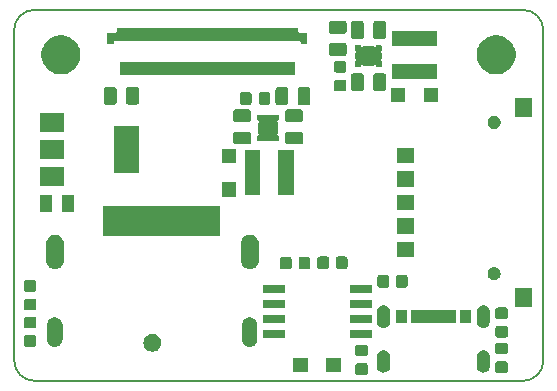
<source format=gts>
G04 #@! TF.GenerationSoftware,KiCad,Pcbnew,5.0.1*
G04 #@! TF.CreationDate,2019-09-04T02:10:02+02:00*
G04 #@! TF.ProjectId,OtterScreen,4F7474657253637265656E2E6B696361,rev?*
G04 #@! TF.SameCoordinates,Original*
G04 #@! TF.FileFunction,Soldermask,Top*
G04 #@! TF.FilePolarity,Negative*
%FSLAX46Y46*%
G04 Gerber Fmt 4.6, Leading zero omitted, Abs format (unit mm)*
G04 Created by KiCad (PCBNEW 5.0.1) date Wed 04 Sep 2019 02:10:02 AM CEST*
%MOMM*%
%LPD*%
G01*
G04 APERTURE LIST*
%ADD10C,0.150000*%
%ADD11C,0.100000*%
G04 APERTURE END LIST*
D10*
X164099999Y-114200001D02*
G75*
G02X165800000Y-115900000I1J-1700000D01*
G01*
X121000001Y-115900001D02*
G75*
G02X122700000Y-114200000I1700000J1D01*
G01*
X122700001Y-145599999D02*
G75*
G02X121000000Y-143900000I-1J1700000D01*
G01*
X165800000Y-143900000D02*
G75*
G02X164100000Y-145600000I-1700000J0D01*
G01*
X164100000Y-145600000D02*
X136200000Y-145600000D01*
X165800000Y-115900000D02*
X165800000Y-143900000D01*
X122700000Y-114200000D02*
X164099999Y-114200001D01*
X121000000Y-143900000D02*
X121000001Y-115900001D01*
X136200000Y-145600000D02*
X122700001Y-145599999D01*
D11*
G36*
X150799591Y-144123085D02*
X150833569Y-144133393D01*
X150864887Y-144150133D01*
X150892339Y-144172661D01*
X150914867Y-144200113D01*
X150931607Y-144231431D01*
X150941915Y-144265409D01*
X150946000Y-144306890D01*
X150946000Y-144908110D01*
X150941915Y-144949591D01*
X150931607Y-144983569D01*
X150914867Y-145014887D01*
X150892339Y-145042339D01*
X150864887Y-145064867D01*
X150833569Y-145081607D01*
X150799591Y-145091915D01*
X150758110Y-145096000D01*
X150081890Y-145096000D01*
X150040409Y-145091915D01*
X150006431Y-145081607D01*
X149975113Y-145064867D01*
X149947661Y-145042339D01*
X149925133Y-145014887D01*
X149908393Y-144983569D01*
X149898085Y-144949591D01*
X149894000Y-144908110D01*
X149894000Y-144306890D01*
X149898085Y-144265409D01*
X149908393Y-144231431D01*
X149925133Y-144200113D01*
X149947661Y-144172661D01*
X149975113Y-144150133D01*
X150006431Y-144133393D01*
X150040409Y-144123085D01*
X150081890Y-144119000D01*
X150758110Y-144119000D01*
X150799591Y-144123085D01*
X150799591Y-144123085D01*
G37*
G36*
X162649591Y-143953085D02*
X162683569Y-143963393D01*
X162714887Y-143980133D01*
X162742339Y-144002661D01*
X162764867Y-144030113D01*
X162781607Y-144061431D01*
X162791915Y-144095409D01*
X162796000Y-144136890D01*
X162796000Y-144738110D01*
X162791915Y-144779591D01*
X162781607Y-144813569D01*
X162764867Y-144844887D01*
X162742339Y-144872339D01*
X162714887Y-144894867D01*
X162683569Y-144911607D01*
X162649591Y-144921915D01*
X162608110Y-144926000D01*
X161931890Y-144926000D01*
X161890409Y-144921915D01*
X161856431Y-144911607D01*
X161825113Y-144894867D01*
X161797661Y-144872339D01*
X161775133Y-144844887D01*
X161758393Y-144813569D01*
X161748085Y-144779591D01*
X161744000Y-144738110D01*
X161744000Y-144136890D01*
X161748085Y-144095409D01*
X161758393Y-144061431D01*
X161775133Y-144030113D01*
X161797661Y-144002661D01*
X161825113Y-143980133D01*
X161856431Y-143963393D01*
X161890409Y-143953085D01*
X161931890Y-143949000D01*
X162608110Y-143949000D01*
X162649591Y-143953085D01*
X162649591Y-143953085D01*
G37*
G36*
X152378014Y-143006973D02*
X152481878Y-143038479D01*
X152577600Y-143089644D01*
X152661501Y-143158499D01*
X152730356Y-143242400D01*
X152781521Y-143338121D01*
X152813027Y-143441985D01*
X152821000Y-143522933D01*
X152821000Y-144377067D01*
X152813027Y-144458015D01*
X152781521Y-144561879D01*
X152730356Y-144657600D01*
X152661501Y-144741501D01*
X152577600Y-144810356D01*
X152481879Y-144861521D01*
X152378015Y-144893027D01*
X152270000Y-144903666D01*
X152161986Y-144893027D01*
X152058122Y-144861521D01*
X151962401Y-144810356D01*
X151878500Y-144741501D01*
X151809645Y-144657600D01*
X151758480Y-144561879D01*
X151726973Y-144458015D01*
X151719000Y-144377067D01*
X151719000Y-143522934D01*
X151726973Y-143441986D01*
X151758479Y-143338122D01*
X151809644Y-143242400D01*
X151878499Y-143158499D01*
X151962400Y-143089644D01*
X152058121Y-143038479D01*
X152161985Y-143006973D01*
X152270000Y-142996334D01*
X152378014Y-143006973D01*
X152378014Y-143006973D01*
G37*
G36*
X160838014Y-143006973D02*
X160941878Y-143038479D01*
X161037600Y-143089644D01*
X161121501Y-143158499D01*
X161190356Y-143242400D01*
X161241521Y-143338121D01*
X161273027Y-143441985D01*
X161281000Y-143522933D01*
X161281000Y-144377067D01*
X161273027Y-144458015D01*
X161241521Y-144561879D01*
X161190356Y-144657600D01*
X161121501Y-144741501D01*
X161037600Y-144810356D01*
X160941879Y-144861521D01*
X160838015Y-144893027D01*
X160730000Y-144903666D01*
X160621986Y-144893027D01*
X160518122Y-144861521D01*
X160422401Y-144810356D01*
X160338500Y-144741501D01*
X160269645Y-144657600D01*
X160218480Y-144561879D01*
X160186973Y-144458015D01*
X160179000Y-144377067D01*
X160179000Y-143522934D01*
X160186973Y-143441986D01*
X160218479Y-143338122D01*
X160269644Y-143242400D01*
X160338499Y-143158499D01*
X160422400Y-143089644D01*
X160518121Y-143038479D01*
X160621985Y-143006973D01*
X160730000Y-142996334D01*
X160838014Y-143006973D01*
X160838014Y-143006973D01*
G37*
G36*
X148641000Y-144881000D02*
X147439000Y-144881000D01*
X147439000Y-143679000D01*
X148641000Y-143679000D01*
X148641000Y-144881000D01*
X148641000Y-144881000D01*
G37*
G36*
X145841000Y-144881000D02*
X144639000Y-144881000D01*
X144639000Y-143679000D01*
X145841000Y-143679000D01*
X145841000Y-144881000D01*
X145841000Y-144881000D01*
G37*
G36*
X150799591Y-142548085D02*
X150833569Y-142558393D01*
X150864887Y-142575133D01*
X150892339Y-142597661D01*
X150914867Y-142625113D01*
X150931607Y-142656431D01*
X150941915Y-142690409D01*
X150946000Y-142731890D01*
X150946000Y-143333110D01*
X150941915Y-143374591D01*
X150931607Y-143408569D01*
X150914867Y-143439887D01*
X150892339Y-143467339D01*
X150864887Y-143489867D01*
X150833569Y-143506607D01*
X150799591Y-143516915D01*
X150758110Y-143521000D01*
X150081890Y-143521000D01*
X150040409Y-143516915D01*
X150006431Y-143506607D01*
X149975113Y-143489867D01*
X149947661Y-143467339D01*
X149925133Y-143439887D01*
X149908393Y-143408569D01*
X149898085Y-143374591D01*
X149894000Y-143333110D01*
X149894000Y-142731890D01*
X149898085Y-142690409D01*
X149908393Y-142656431D01*
X149925133Y-142625113D01*
X149947661Y-142597661D01*
X149975113Y-142575133D01*
X150006431Y-142558393D01*
X150040409Y-142548085D01*
X150081890Y-142544000D01*
X150758110Y-142544000D01*
X150799591Y-142548085D01*
X150799591Y-142548085D01*
G37*
G36*
X162649591Y-142378085D02*
X162683569Y-142388393D01*
X162714887Y-142405133D01*
X162742339Y-142427661D01*
X162764867Y-142455113D01*
X162781607Y-142486431D01*
X162791915Y-142520409D01*
X162796000Y-142561890D01*
X162796000Y-143163110D01*
X162791915Y-143204591D01*
X162781607Y-143238569D01*
X162764867Y-143269887D01*
X162742339Y-143297339D01*
X162714887Y-143319867D01*
X162683569Y-143336607D01*
X162649591Y-143346915D01*
X162608110Y-143351000D01*
X161931890Y-143351000D01*
X161890409Y-143346915D01*
X161856431Y-143336607D01*
X161825113Y-143319867D01*
X161797661Y-143297339D01*
X161775133Y-143269887D01*
X161758393Y-143238569D01*
X161748085Y-143204591D01*
X161744000Y-143163110D01*
X161744000Y-142561890D01*
X161748085Y-142520409D01*
X161758393Y-142486431D01*
X161775133Y-142455113D01*
X161797661Y-142427661D01*
X161825113Y-142405133D01*
X161856431Y-142388393D01*
X161890409Y-142378085D01*
X161931890Y-142374000D01*
X162608110Y-142374000D01*
X162649591Y-142378085D01*
X162649591Y-142378085D01*
G37*
G36*
X132832004Y-141630544D02*
X132919059Y-141647860D01*
X133055732Y-141704472D01*
X133055733Y-141704473D01*
X133178738Y-141786662D01*
X133283338Y-141891262D01*
X133283340Y-141891265D01*
X133365528Y-142014268D01*
X133422140Y-142150941D01*
X133431424Y-142197616D01*
X133451000Y-142296031D01*
X133451000Y-142443969D01*
X133448783Y-142455113D01*
X133422140Y-142589059D01*
X133365528Y-142725732D01*
X133365527Y-142725733D01*
X133283338Y-142848738D01*
X133178738Y-142953338D01*
X133178735Y-142953340D01*
X133055732Y-143035528D01*
X132919059Y-143092140D01*
X132845608Y-143106750D01*
X132773969Y-143121000D01*
X132626031Y-143121000D01*
X132554392Y-143106750D01*
X132480941Y-143092140D01*
X132344268Y-143035528D01*
X132221265Y-142953340D01*
X132221262Y-142953338D01*
X132116662Y-142848738D01*
X132034473Y-142725733D01*
X132034472Y-142725732D01*
X131977860Y-142589059D01*
X131951217Y-142455113D01*
X131949000Y-142443969D01*
X131949000Y-142296031D01*
X131968576Y-142197616D01*
X131977860Y-142150941D01*
X132034472Y-142014268D01*
X132116660Y-141891265D01*
X132116662Y-141891262D01*
X132221262Y-141786662D01*
X132344267Y-141704473D01*
X132344268Y-141704472D01*
X132480941Y-141647860D01*
X132567996Y-141630544D01*
X132626031Y-141619000D01*
X132773969Y-141619000D01*
X132832004Y-141630544D01*
X132832004Y-141630544D01*
G37*
G36*
X122729591Y-141753085D02*
X122763569Y-141763393D01*
X122794887Y-141780133D01*
X122822339Y-141802661D01*
X122844867Y-141830113D01*
X122861607Y-141861431D01*
X122871915Y-141895409D01*
X122876000Y-141936890D01*
X122876000Y-142538110D01*
X122871915Y-142579591D01*
X122861607Y-142613569D01*
X122844867Y-142644887D01*
X122822339Y-142672339D01*
X122794887Y-142694867D01*
X122763569Y-142711607D01*
X122729591Y-142721915D01*
X122688110Y-142726000D01*
X122011890Y-142726000D01*
X121970409Y-142721915D01*
X121936431Y-142711607D01*
X121905113Y-142694867D01*
X121877661Y-142672339D01*
X121855133Y-142644887D01*
X121838393Y-142613569D01*
X121828085Y-142579591D01*
X121824000Y-142538110D01*
X121824000Y-141936890D01*
X121828085Y-141895409D01*
X121838393Y-141861431D01*
X121855133Y-141830113D01*
X121877661Y-141802661D01*
X121905113Y-141780133D01*
X121936431Y-141763393D01*
X121970409Y-141753085D01*
X122011890Y-141749000D01*
X122688110Y-141749000D01*
X122729591Y-141753085D01*
X122729591Y-141753085D01*
G37*
G36*
X141077617Y-140228420D02*
X141159426Y-140253237D01*
X141200332Y-140265645D01*
X141231962Y-140282552D01*
X141313425Y-140326095D01*
X141313427Y-140326096D01*
X141313426Y-140326096D01*
X141367654Y-140370599D01*
X141412553Y-140407447D01*
X141493905Y-140506574D01*
X141493906Y-140506576D01*
X141554355Y-140619667D01*
X141565987Y-140658013D01*
X141591580Y-140742382D01*
X141601000Y-140838027D01*
X141601000Y-142101973D01*
X141591580Y-142197618D01*
X141566763Y-142279427D01*
X141554355Y-142320333D01*
X141517976Y-142388393D01*
X141493905Y-142433426D01*
X141412553Y-142532553D01*
X141313426Y-142613905D01*
X141305297Y-142618250D01*
X141200333Y-142674355D01*
X141165781Y-142684836D01*
X141077618Y-142711580D01*
X140950000Y-142724149D01*
X140822383Y-142711580D01*
X140734220Y-142684836D01*
X140699668Y-142674355D01*
X140594704Y-142618250D01*
X140586575Y-142613905D01*
X140487448Y-142532553D01*
X140406096Y-142433426D01*
X140382025Y-142388393D01*
X140345646Y-142320333D01*
X140333238Y-142279427D01*
X140308421Y-142197618D01*
X140299001Y-142101973D01*
X140299000Y-140838028D01*
X140308420Y-140742383D01*
X140345645Y-140619669D01*
X140345645Y-140619668D01*
X140377957Y-140559218D01*
X140406095Y-140506575D01*
X140487447Y-140407447D01*
X140586574Y-140326095D01*
X140602955Y-140317339D01*
X140699667Y-140265645D01*
X140740573Y-140253237D01*
X140822382Y-140228420D01*
X140950000Y-140215851D01*
X141077617Y-140228420D01*
X141077617Y-140228420D01*
G37*
G36*
X124577617Y-140228420D02*
X124659426Y-140253237D01*
X124700332Y-140265645D01*
X124731962Y-140282552D01*
X124813425Y-140326095D01*
X124813427Y-140326096D01*
X124813426Y-140326096D01*
X124867654Y-140370599D01*
X124912553Y-140407447D01*
X124993905Y-140506574D01*
X124993906Y-140506576D01*
X125054355Y-140619667D01*
X125065987Y-140658013D01*
X125091580Y-140742382D01*
X125101000Y-140838027D01*
X125101000Y-142101973D01*
X125091580Y-142197618D01*
X125066763Y-142279427D01*
X125054355Y-142320333D01*
X125017976Y-142388393D01*
X124993905Y-142433426D01*
X124912553Y-142532553D01*
X124813426Y-142613905D01*
X124805297Y-142618250D01*
X124700333Y-142674355D01*
X124665781Y-142684836D01*
X124577618Y-142711580D01*
X124450000Y-142724149D01*
X124322383Y-142711580D01*
X124234220Y-142684836D01*
X124199668Y-142674355D01*
X124094704Y-142618250D01*
X124086575Y-142613905D01*
X123987448Y-142532553D01*
X123906096Y-142433426D01*
X123882025Y-142388393D01*
X123845646Y-142320333D01*
X123833238Y-142279427D01*
X123808421Y-142197618D01*
X123799001Y-142101973D01*
X123799000Y-140838028D01*
X123808420Y-140742383D01*
X123845645Y-140619669D01*
X123845645Y-140619668D01*
X123877957Y-140559218D01*
X123906095Y-140506575D01*
X123987447Y-140407447D01*
X124086574Y-140326095D01*
X124102955Y-140317339D01*
X124199667Y-140265645D01*
X124240573Y-140253237D01*
X124322382Y-140228420D01*
X124450000Y-140215851D01*
X124577617Y-140228420D01*
X124577617Y-140228420D01*
G37*
G36*
X151306000Y-141961000D02*
X149454000Y-141961000D01*
X149454000Y-141309000D01*
X151306000Y-141309000D01*
X151306000Y-141961000D01*
X151306000Y-141961000D01*
G37*
G36*
X143906000Y-141961000D02*
X142054000Y-141961000D01*
X142054000Y-141309000D01*
X143906000Y-141309000D01*
X143906000Y-141961000D01*
X143906000Y-141961000D01*
G37*
G36*
X162649591Y-140973085D02*
X162683569Y-140983393D01*
X162714887Y-141000133D01*
X162742339Y-141022661D01*
X162764867Y-141050113D01*
X162781607Y-141081431D01*
X162791915Y-141115409D01*
X162796000Y-141156890D01*
X162796000Y-141758110D01*
X162791915Y-141799591D01*
X162781607Y-141833569D01*
X162764867Y-141864887D01*
X162742339Y-141892339D01*
X162714887Y-141914867D01*
X162683569Y-141931607D01*
X162649591Y-141941915D01*
X162608110Y-141946000D01*
X161931890Y-141946000D01*
X161890409Y-141941915D01*
X161856431Y-141931607D01*
X161825113Y-141914867D01*
X161797661Y-141892339D01*
X161775133Y-141864887D01*
X161758393Y-141833569D01*
X161748085Y-141799591D01*
X161744000Y-141758110D01*
X161744000Y-141156890D01*
X161748085Y-141115409D01*
X161758393Y-141081431D01*
X161775133Y-141050113D01*
X161797661Y-141022661D01*
X161825113Y-141000133D01*
X161856431Y-140983393D01*
X161890409Y-140973085D01*
X161931890Y-140969000D01*
X162608110Y-140969000D01*
X162649591Y-140973085D01*
X162649591Y-140973085D01*
G37*
G36*
X122729591Y-140178085D02*
X122763569Y-140188393D01*
X122794887Y-140205133D01*
X122822339Y-140227661D01*
X122844867Y-140255113D01*
X122861607Y-140286431D01*
X122871915Y-140320409D01*
X122876000Y-140361890D01*
X122876000Y-140963110D01*
X122871915Y-141004591D01*
X122861607Y-141038569D01*
X122844867Y-141069887D01*
X122822339Y-141097339D01*
X122794887Y-141119867D01*
X122763569Y-141136607D01*
X122729591Y-141146915D01*
X122688110Y-141151000D01*
X122011890Y-141151000D01*
X121970409Y-141146915D01*
X121936431Y-141136607D01*
X121905113Y-141119867D01*
X121877661Y-141097339D01*
X121855133Y-141069887D01*
X121838393Y-141038569D01*
X121828085Y-141004591D01*
X121824000Y-140963110D01*
X121824000Y-140361890D01*
X121828085Y-140320409D01*
X121838393Y-140286431D01*
X121855133Y-140255113D01*
X121877661Y-140227661D01*
X121905113Y-140205133D01*
X121936431Y-140188393D01*
X121970409Y-140178085D01*
X122011890Y-140174000D01*
X122688110Y-140174000D01*
X122729591Y-140178085D01*
X122729591Y-140178085D01*
G37*
G36*
X160838014Y-139206973D02*
X160941878Y-139238479D01*
X161037600Y-139289644D01*
X161121501Y-139358499D01*
X161190356Y-139442400D01*
X161241521Y-139538121D01*
X161273027Y-139641985D01*
X161281000Y-139722933D01*
X161281000Y-140577067D01*
X161273027Y-140658015D01*
X161241521Y-140761879D01*
X161190356Y-140857600D01*
X161121501Y-140941501D01*
X161037600Y-141010356D01*
X160941879Y-141061521D01*
X160838015Y-141093027D01*
X160730000Y-141103666D01*
X160621986Y-141093027D01*
X160518122Y-141061521D01*
X160422401Y-141010356D01*
X160338500Y-140941501D01*
X160269645Y-140857600D01*
X160218480Y-140761879D01*
X160218479Y-140761876D01*
X160186973Y-140658016D01*
X160183196Y-140619667D01*
X160179000Y-140577067D01*
X160179000Y-139722934D01*
X160186973Y-139641986D01*
X160218479Y-139538122D01*
X160269644Y-139442400D01*
X160338499Y-139358499D01*
X160422400Y-139289644D01*
X160518121Y-139238479D01*
X160621985Y-139206973D01*
X160730000Y-139196334D01*
X160838014Y-139206973D01*
X160838014Y-139206973D01*
G37*
G36*
X152378014Y-139206973D02*
X152481878Y-139238479D01*
X152577600Y-139289644D01*
X152661501Y-139358499D01*
X152730356Y-139442400D01*
X152781521Y-139538121D01*
X152813027Y-139641985D01*
X152821000Y-139722933D01*
X152821000Y-140577067D01*
X152813027Y-140658015D01*
X152781521Y-140761879D01*
X152730356Y-140857600D01*
X152661501Y-140941501D01*
X152577600Y-141010356D01*
X152481879Y-141061521D01*
X152378015Y-141093027D01*
X152270000Y-141103666D01*
X152161986Y-141093027D01*
X152058122Y-141061521D01*
X151962401Y-141010356D01*
X151878500Y-140941501D01*
X151809645Y-140857600D01*
X151758480Y-140761879D01*
X151758479Y-140761876D01*
X151726973Y-140658016D01*
X151723196Y-140619667D01*
X151719000Y-140577067D01*
X151719000Y-139722934D01*
X151726973Y-139641986D01*
X151758479Y-139538122D01*
X151809644Y-139442400D01*
X151878499Y-139358499D01*
X151962400Y-139289644D01*
X152058121Y-139238479D01*
X152161985Y-139206973D01*
X152270000Y-139196334D01*
X152378014Y-139206973D01*
X152378014Y-139206973D01*
G37*
G36*
X158401000Y-140701000D02*
X154599000Y-140701000D01*
X154599000Y-139599000D01*
X158401000Y-139599000D01*
X158401000Y-140701000D01*
X158401000Y-140701000D01*
G37*
G36*
X159651000Y-140701000D02*
X158749000Y-140701000D01*
X158749000Y-139599000D01*
X159651000Y-139599000D01*
X159651000Y-140701000D01*
X159651000Y-140701000D01*
G37*
G36*
X154251000Y-140701000D02*
X153349000Y-140701000D01*
X153349000Y-139599000D01*
X154251000Y-139599000D01*
X154251000Y-140701000D01*
X154251000Y-140701000D01*
G37*
G36*
X143906000Y-140691000D02*
X142054000Y-140691000D01*
X142054000Y-140039000D01*
X143906000Y-140039000D01*
X143906000Y-140691000D01*
X143906000Y-140691000D01*
G37*
G36*
X151306000Y-140691000D02*
X149454000Y-140691000D01*
X149454000Y-140039000D01*
X151306000Y-140039000D01*
X151306000Y-140691000D01*
X151306000Y-140691000D01*
G37*
G36*
X162649591Y-139398085D02*
X162683569Y-139408393D01*
X162714887Y-139425133D01*
X162742339Y-139447661D01*
X162764867Y-139475113D01*
X162781607Y-139506431D01*
X162791915Y-139540409D01*
X162796000Y-139581890D01*
X162796000Y-140183110D01*
X162791915Y-140224591D01*
X162781607Y-140258569D01*
X162764867Y-140289887D01*
X162742339Y-140317339D01*
X162714887Y-140339867D01*
X162683569Y-140356607D01*
X162649591Y-140366915D01*
X162608110Y-140371000D01*
X161931890Y-140371000D01*
X161890409Y-140366915D01*
X161856431Y-140356607D01*
X161825113Y-140339867D01*
X161797661Y-140317339D01*
X161775133Y-140289887D01*
X161758393Y-140258569D01*
X161748085Y-140224591D01*
X161744000Y-140183110D01*
X161744000Y-139581890D01*
X161748085Y-139540409D01*
X161758393Y-139506431D01*
X161775133Y-139475113D01*
X161797661Y-139447661D01*
X161825113Y-139425133D01*
X161856431Y-139408393D01*
X161890409Y-139398085D01*
X161931890Y-139394000D01*
X162608110Y-139394000D01*
X162649591Y-139398085D01*
X162649591Y-139398085D01*
G37*
G36*
X122729591Y-138665585D02*
X122763569Y-138675893D01*
X122794887Y-138692633D01*
X122822339Y-138715161D01*
X122844867Y-138742613D01*
X122861607Y-138773931D01*
X122871915Y-138807909D01*
X122876000Y-138849390D01*
X122876000Y-139450610D01*
X122871915Y-139492091D01*
X122861607Y-139526069D01*
X122844867Y-139557387D01*
X122822339Y-139584839D01*
X122794887Y-139607367D01*
X122763569Y-139624107D01*
X122729591Y-139634415D01*
X122688110Y-139638500D01*
X122011890Y-139638500D01*
X121970409Y-139634415D01*
X121936431Y-139624107D01*
X121905113Y-139607367D01*
X121877661Y-139584839D01*
X121855133Y-139557387D01*
X121838393Y-139526069D01*
X121828085Y-139492091D01*
X121824000Y-139450610D01*
X121824000Y-138849390D01*
X121828085Y-138807909D01*
X121838393Y-138773931D01*
X121855133Y-138742613D01*
X121877661Y-138715161D01*
X121905113Y-138692633D01*
X121936431Y-138675893D01*
X121970409Y-138665585D01*
X122011890Y-138661500D01*
X122688110Y-138661500D01*
X122729591Y-138665585D01*
X122729591Y-138665585D01*
G37*
G36*
X143906000Y-139421000D02*
X142054000Y-139421000D01*
X142054000Y-138769000D01*
X143906000Y-138769000D01*
X143906000Y-139421000D01*
X143906000Y-139421000D01*
G37*
G36*
X151306000Y-139421000D02*
X149454000Y-139421000D01*
X149454000Y-138769000D01*
X151306000Y-138769000D01*
X151306000Y-139421000D01*
X151306000Y-139421000D01*
G37*
G36*
X164881000Y-139361000D02*
X163379000Y-139361000D01*
X163379000Y-137759000D01*
X164881000Y-137759000D01*
X164881000Y-139361000D01*
X164881000Y-139361000D01*
G37*
G36*
X151306000Y-138151000D02*
X149454000Y-138151000D01*
X149454000Y-137499000D01*
X151306000Y-137499000D01*
X151306000Y-138151000D01*
X151306000Y-138151000D01*
G37*
G36*
X143906000Y-138151000D02*
X142054000Y-138151000D01*
X142054000Y-137499000D01*
X143906000Y-137499000D01*
X143906000Y-138151000D01*
X143906000Y-138151000D01*
G37*
G36*
X122729591Y-137090585D02*
X122763569Y-137100893D01*
X122794887Y-137117633D01*
X122822339Y-137140161D01*
X122844867Y-137167613D01*
X122861607Y-137198931D01*
X122871915Y-137232909D01*
X122876000Y-137274390D01*
X122876000Y-137875610D01*
X122871915Y-137917091D01*
X122861607Y-137951069D01*
X122844867Y-137982387D01*
X122822339Y-138009839D01*
X122794887Y-138032367D01*
X122763569Y-138049107D01*
X122729591Y-138059415D01*
X122688110Y-138063500D01*
X122011890Y-138063500D01*
X121970409Y-138059415D01*
X121936431Y-138049107D01*
X121905113Y-138032367D01*
X121877661Y-138009839D01*
X121855133Y-137982387D01*
X121838393Y-137951069D01*
X121828085Y-137917091D01*
X121824000Y-137875610D01*
X121824000Y-137274390D01*
X121828085Y-137232909D01*
X121838393Y-137198931D01*
X121855133Y-137167613D01*
X121877661Y-137140161D01*
X121905113Y-137117633D01*
X121936431Y-137100893D01*
X121970409Y-137090585D01*
X122011890Y-137086500D01*
X122688110Y-137086500D01*
X122729591Y-137090585D01*
X122729591Y-137090585D01*
G37*
G36*
X152584591Y-136658085D02*
X152618569Y-136668393D01*
X152649887Y-136685133D01*
X152677339Y-136707661D01*
X152699867Y-136735113D01*
X152716607Y-136766431D01*
X152726915Y-136800409D01*
X152731000Y-136841890D01*
X152731000Y-137518110D01*
X152726915Y-137559591D01*
X152716607Y-137593569D01*
X152699867Y-137624887D01*
X152677339Y-137652339D01*
X152649887Y-137674867D01*
X152618569Y-137691607D01*
X152584591Y-137701915D01*
X152543110Y-137706000D01*
X151941890Y-137706000D01*
X151900409Y-137701915D01*
X151866431Y-137691607D01*
X151835113Y-137674867D01*
X151807661Y-137652339D01*
X151785133Y-137624887D01*
X151768393Y-137593569D01*
X151758085Y-137559591D01*
X151754000Y-137518110D01*
X151754000Y-136841890D01*
X151758085Y-136800409D01*
X151768393Y-136766431D01*
X151785133Y-136735113D01*
X151807661Y-136707661D01*
X151835113Y-136685133D01*
X151866431Y-136668393D01*
X151900409Y-136658085D01*
X151941890Y-136654000D01*
X152543110Y-136654000D01*
X152584591Y-136658085D01*
X152584591Y-136658085D01*
G37*
G36*
X154159591Y-136658085D02*
X154193569Y-136668393D01*
X154224887Y-136685133D01*
X154252339Y-136707661D01*
X154274867Y-136735113D01*
X154291607Y-136766431D01*
X154301915Y-136800409D01*
X154306000Y-136841890D01*
X154306000Y-137518110D01*
X154301915Y-137559591D01*
X154291607Y-137593569D01*
X154274867Y-137624887D01*
X154252339Y-137652339D01*
X154224887Y-137674867D01*
X154193569Y-137691607D01*
X154159591Y-137701915D01*
X154118110Y-137706000D01*
X153516890Y-137706000D01*
X153475409Y-137701915D01*
X153441431Y-137691607D01*
X153410113Y-137674867D01*
X153382661Y-137652339D01*
X153360133Y-137624887D01*
X153343393Y-137593569D01*
X153333085Y-137559591D01*
X153329000Y-137518110D01*
X153329000Y-136841890D01*
X153333085Y-136800409D01*
X153343393Y-136766431D01*
X153360133Y-136735113D01*
X153382661Y-136707661D01*
X153410113Y-136685133D01*
X153441431Y-136668393D01*
X153475409Y-136658085D01*
X153516890Y-136654000D01*
X154118110Y-136654000D01*
X154159591Y-136658085D01*
X154159591Y-136658085D01*
G37*
G36*
X161790721Y-135980174D02*
X161890995Y-136021709D01*
X161981245Y-136082012D01*
X162057988Y-136158755D01*
X162118291Y-136249005D01*
X162159826Y-136349279D01*
X162181000Y-136455730D01*
X162181000Y-136564270D01*
X162159826Y-136670721D01*
X162118291Y-136770995D01*
X162057988Y-136861245D01*
X161981245Y-136937988D01*
X161890995Y-136998291D01*
X161790721Y-137039826D01*
X161684270Y-137061000D01*
X161575730Y-137061000D01*
X161469279Y-137039826D01*
X161369005Y-136998291D01*
X161278755Y-136937988D01*
X161202012Y-136861245D01*
X161141709Y-136770995D01*
X161100174Y-136670721D01*
X161079000Y-136564270D01*
X161079000Y-136455730D01*
X161100174Y-136349279D01*
X161141709Y-136249005D01*
X161202012Y-136158755D01*
X161278755Y-136082012D01*
X161369005Y-136021709D01*
X161469279Y-135980174D01*
X161575730Y-135959000D01*
X161684270Y-135959000D01*
X161790721Y-135980174D01*
X161790721Y-135980174D01*
G37*
G36*
X145909591Y-135108085D02*
X145943569Y-135118393D01*
X145974887Y-135135133D01*
X146002339Y-135157661D01*
X146024867Y-135185113D01*
X146041607Y-135216431D01*
X146051915Y-135250409D01*
X146056000Y-135291890D01*
X146056000Y-135968110D01*
X146051915Y-136009591D01*
X146041607Y-136043569D01*
X146024867Y-136074887D01*
X146002339Y-136102339D01*
X145974887Y-136124867D01*
X145943569Y-136141607D01*
X145909591Y-136151915D01*
X145868110Y-136156000D01*
X145266890Y-136156000D01*
X145225409Y-136151915D01*
X145191431Y-136141607D01*
X145160113Y-136124867D01*
X145132661Y-136102339D01*
X145110133Y-136074887D01*
X145093393Y-136043569D01*
X145083085Y-136009591D01*
X145079000Y-135968110D01*
X145079000Y-135291890D01*
X145083085Y-135250409D01*
X145093393Y-135216431D01*
X145110133Y-135185113D01*
X145132661Y-135157661D01*
X145160113Y-135135133D01*
X145191431Y-135118393D01*
X145225409Y-135108085D01*
X145266890Y-135104000D01*
X145868110Y-135104000D01*
X145909591Y-135108085D01*
X145909591Y-135108085D01*
G37*
G36*
X144334591Y-135108085D02*
X144368569Y-135118393D01*
X144399887Y-135135133D01*
X144427339Y-135157661D01*
X144449867Y-135185113D01*
X144466607Y-135216431D01*
X144476915Y-135250409D01*
X144481000Y-135291890D01*
X144481000Y-135968110D01*
X144476915Y-136009591D01*
X144466607Y-136043569D01*
X144449867Y-136074887D01*
X144427339Y-136102339D01*
X144399887Y-136124867D01*
X144368569Y-136141607D01*
X144334591Y-136151915D01*
X144293110Y-136156000D01*
X143691890Y-136156000D01*
X143650409Y-136151915D01*
X143616431Y-136141607D01*
X143585113Y-136124867D01*
X143557661Y-136102339D01*
X143535133Y-136074887D01*
X143518393Y-136043569D01*
X143508085Y-136009591D01*
X143504000Y-135968110D01*
X143504000Y-135291890D01*
X143508085Y-135250409D01*
X143518393Y-135216431D01*
X143535133Y-135185113D01*
X143557661Y-135157661D01*
X143585113Y-135135133D01*
X143616431Y-135118393D01*
X143650409Y-135108085D01*
X143691890Y-135104000D01*
X144293110Y-135104000D01*
X144334591Y-135108085D01*
X144334591Y-135108085D01*
G37*
G36*
X141097221Y-133249867D02*
X141238785Y-133292810D01*
X141369253Y-133362547D01*
X141483606Y-133456394D01*
X141577454Y-133570748D01*
X141647190Y-133701214D01*
X141690133Y-133842778D01*
X141701000Y-133953113D01*
X141701000Y-135426887D01*
X141690133Y-135537222D01*
X141647190Y-135678786D01*
X141577454Y-135809252D01*
X141483606Y-135923606D01*
X141369252Y-136017454D01*
X141238786Y-136087190D01*
X141097222Y-136130133D01*
X141023357Y-136137408D01*
X140950001Y-136144633D01*
X140950000Y-136144633D01*
X140802779Y-136130133D01*
X140661215Y-136087190D01*
X140530749Y-136017454D01*
X140416395Y-135923606D01*
X140322547Y-135809252D01*
X140252811Y-135678786D01*
X140209868Y-135537222D01*
X140199001Y-135426887D01*
X140199000Y-133953114D01*
X140209867Y-133842779D01*
X140252810Y-133701215D01*
X140322546Y-133570749D01*
X140322547Y-133570747D01*
X140416394Y-133456394D01*
X140530747Y-133362547D01*
X140530746Y-133362547D01*
X140530748Y-133362546D01*
X140661214Y-133292810D01*
X140802778Y-133249867D01*
X140900926Y-133240200D01*
X140949999Y-133235367D01*
X140950000Y-133235367D01*
X141097221Y-133249867D01*
X141097221Y-133249867D01*
G37*
G36*
X124597221Y-133249867D02*
X124738785Y-133292810D01*
X124869253Y-133362547D01*
X124983606Y-133456394D01*
X125077454Y-133570748D01*
X125147190Y-133701214D01*
X125190133Y-133842778D01*
X125201000Y-133953113D01*
X125201000Y-135426887D01*
X125190133Y-135537222D01*
X125147190Y-135678786D01*
X125077454Y-135809252D01*
X124983606Y-135923606D01*
X124869252Y-136017454D01*
X124738786Y-136087190D01*
X124597222Y-136130133D01*
X124523357Y-136137408D01*
X124450001Y-136144633D01*
X124450000Y-136144633D01*
X124302779Y-136130133D01*
X124161215Y-136087190D01*
X124030749Y-136017454D01*
X123916395Y-135923606D01*
X123822547Y-135809252D01*
X123752811Y-135678786D01*
X123709868Y-135537222D01*
X123699001Y-135426887D01*
X123699000Y-133953114D01*
X123709867Y-133842779D01*
X123752810Y-133701215D01*
X123822546Y-133570749D01*
X123822547Y-133570747D01*
X123916394Y-133456394D01*
X124030747Y-133362547D01*
X124030746Y-133362547D01*
X124030748Y-133362546D01*
X124161214Y-133292810D01*
X124302778Y-133249867D01*
X124400926Y-133240200D01*
X124449999Y-133235367D01*
X124450000Y-133235367D01*
X124597221Y-133249867D01*
X124597221Y-133249867D01*
G37*
G36*
X147504591Y-135078085D02*
X147538569Y-135088393D01*
X147569887Y-135105133D01*
X147597339Y-135127661D01*
X147619867Y-135155113D01*
X147636607Y-135186431D01*
X147646915Y-135220409D01*
X147651000Y-135261890D01*
X147651000Y-135938110D01*
X147646915Y-135979591D01*
X147636607Y-136013569D01*
X147619867Y-136044887D01*
X147597339Y-136072339D01*
X147569887Y-136094867D01*
X147538569Y-136111607D01*
X147504591Y-136121915D01*
X147463110Y-136126000D01*
X146861890Y-136126000D01*
X146820409Y-136121915D01*
X146786431Y-136111607D01*
X146755113Y-136094867D01*
X146727661Y-136072339D01*
X146705133Y-136044887D01*
X146688393Y-136013569D01*
X146678085Y-135979591D01*
X146674000Y-135938110D01*
X146674000Y-135261890D01*
X146678085Y-135220409D01*
X146688393Y-135186431D01*
X146705133Y-135155113D01*
X146727661Y-135127661D01*
X146755113Y-135105133D01*
X146786431Y-135088393D01*
X146820409Y-135078085D01*
X146861890Y-135074000D01*
X147463110Y-135074000D01*
X147504591Y-135078085D01*
X147504591Y-135078085D01*
G37*
G36*
X149079591Y-135078085D02*
X149113569Y-135088393D01*
X149144887Y-135105133D01*
X149172339Y-135127661D01*
X149194867Y-135155113D01*
X149211607Y-135186431D01*
X149221915Y-135220409D01*
X149226000Y-135261890D01*
X149226000Y-135938110D01*
X149221915Y-135979591D01*
X149211607Y-136013569D01*
X149194867Y-136044887D01*
X149172339Y-136072339D01*
X149144887Y-136094867D01*
X149113569Y-136111607D01*
X149079591Y-136121915D01*
X149038110Y-136126000D01*
X148436890Y-136126000D01*
X148395409Y-136121915D01*
X148361431Y-136111607D01*
X148330113Y-136094867D01*
X148302661Y-136072339D01*
X148280133Y-136044887D01*
X148263393Y-136013569D01*
X148253085Y-135979591D01*
X148249000Y-135938110D01*
X148249000Y-135261890D01*
X148253085Y-135220409D01*
X148263393Y-135186431D01*
X148280133Y-135155113D01*
X148302661Y-135127661D01*
X148330113Y-135105133D01*
X148361431Y-135088393D01*
X148395409Y-135078085D01*
X148436890Y-135074000D01*
X149038110Y-135074000D01*
X149079591Y-135078085D01*
X149079591Y-135078085D01*
G37*
G36*
X154881000Y-135161000D02*
X153379000Y-135161000D01*
X153379000Y-133859000D01*
X154881000Y-133859000D01*
X154881000Y-135161000D01*
X154881000Y-135161000D01*
G37*
G36*
X138391000Y-133341000D02*
X128509000Y-133341000D01*
X128509000Y-130839000D01*
X138391000Y-130839000D01*
X138391000Y-133341000D01*
X138391000Y-133341000D01*
G37*
G36*
X154881000Y-133161000D02*
X153379000Y-133161000D01*
X153379000Y-131859000D01*
X154881000Y-131859000D01*
X154881000Y-133161000D01*
X154881000Y-133161000D01*
G37*
G36*
X125939466Y-129853565D02*
X125978137Y-129865296D01*
X126013779Y-129884348D01*
X126045017Y-129909983D01*
X126070652Y-129941221D01*
X126089704Y-129976863D01*
X126101435Y-130015534D01*
X126106000Y-130061888D01*
X126106000Y-131138112D01*
X126101435Y-131184466D01*
X126089704Y-131223137D01*
X126070652Y-131258779D01*
X126045017Y-131290017D01*
X126013779Y-131315652D01*
X125978137Y-131334704D01*
X125939466Y-131346435D01*
X125893112Y-131351000D01*
X125241888Y-131351000D01*
X125195534Y-131346435D01*
X125156863Y-131334704D01*
X125121221Y-131315652D01*
X125089983Y-131290017D01*
X125064348Y-131258779D01*
X125045296Y-131223137D01*
X125033565Y-131184466D01*
X125029000Y-131138112D01*
X125029000Y-130061888D01*
X125033565Y-130015534D01*
X125045296Y-129976863D01*
X125064348Y-129941221D01*
X125089983Y-129909983D01*
X125121221Y-129884348D01*
X125156863Y-129865296D01*
X125195534Y-129853565D01*
X125241888Y-129849000D01*
X125893112Y-129849000D01*
X125939466Y-129853565D01*
X125939466Y-129853565D01*
G37*
G36*
X124064466Y-129853565D02*
X124103137Y-129865296D01*
X124138779Y-129884348D01*
X124170017Y-129909983D01*
X124195652Y-129941221D01*
X124214704Y-129976863D01*
X124226435Y-130015534D01*
X124231000Y-130061888D01*
X124231000Y-131138112D01*
X124226435Y-131184466D01*
X124214704Y-131223137D01*
X124195652Y-131258779D01*
X124170017Y-131290017D01*
X124138779Y-131315652D01*
X124103137Y-131334704D01*
X124064466Y-131346435D01*
X124018112Y-131351000D01*
X123366888Y-131351000D01*
X123320534Y-131346435D01*
X123281863Y-131334704D01*
X123246221Y-131315652D01*
X123214983Y-131290017D01*
X123189348Y-131258779D01*
X123170296Y-131223137D01*
X123158565Y-131184466D01*
X123154000Y-131138112D01*
X123154000Y-130061888D01*
X123158565Y-130015534D01*
X123170296Y-129976863D01*
X123189348Y-129941221D01*
X123214983Y-129909983D01*
X123246221Y-129884348D01*
X123281863Y-129865296D01*
X123320534Y-129853565D01*
X123366888Y-129849000D01*
X124018112Y-129849000D01*
X124064466Y-129853565D01*
X124064466Y-129853565D01*
G37*
G36*
X154881000Y-131161000D02*
X153379000Y-131161000D01*
X153379000Y-129859000D01*
X154881000Y-129859000D01*
X154881000Y-131161000D01*
X154881000Y-131161000D01*
G37*
G36*
X139801000Y-130001000D02*
X138599000Y-130001000D01*
X138599000Y-128799000D01*
X139801000Y-128799000D01*
X139801000Y-130001000D01*
X139801000Y-130001000D01*
G37*
G36*
X141851000Y-129901000D02*
X140549000Y-129901000D01*
X140549000Y-126099000D01*
X141851000Y-126099000D01*
X141851000Y-129901000D01*
X141851000Y-129901000D01*
G37*
G36*
X144651000Y-129901000D02*
X143349000Y-129901000D01*
X143349000Y-126099000D01*
X144651000Y-126099000D01*
X144651000Y-129901000D01*
X144651000Y-129901000D01*
G37*
G36*
X154881000Y-129161000D02*
X153379000Y-129161000D01*
X153379000Y-127859000D01*
X154881000Y-127859000D01*
X154881000Y-129161000D01*
X154881000Y-129161000D01*
G37*
G36*
X125251000Y-129121000D02*
X123149000Y-129121000D01*
X123149000Y-127519000D01*
X125251000Y-127519000D01*
X125251000Y-129121000D01*
X125251000Y-129121000D01*
G37*
G36*
X131551000Y-127971000D02*
X129449000Y-127971000D01*
X129449000Y-124069000D01*
X131551000Y-124069000D01*
X131551000Y-127971000D01*
X131551000Y-127971000D01*
G37*
G36*
X139801000Y-127201000D02*
X138599000Y-127201000D01*
X138599000Y-125999000D01*
X139801000Y-125999000D01*
X139801000Y-127201000D01*
X139801000Y-127201000D01*
G37*
G36*
X154881000Y-127161000D02*
X153379000Y-127161000D01*
X153379000Y-125859000D01*
X154881000Y-125859000D01*
X154881000Y-127161000D01*
X154881000Y-127161000D01*
G37*
G36*
X125251000Y-126821000D02*
X123149000Y-126821000D01*
X123149000Y-125219000D01*
X125251000Y-125219000D01*
X125251000Y-126821000D01*
X125251000Y-126821000D01*
G37*
G36*
X145284466Y-124503565D02*
X145323137Y-124515296D01*
X145358779Y-124534348D01*
X145390017Y-124559983D01*
X145415652Y-124591221D01*
X145434704Y-124626863D01*
X145446435Y-124665534D01*
X145451000Y-124711888D01*
X145451000Y-125363112D01*
X145446435Y-125409466D01*
X145434704Y-125448137D01*
X145415652Y-125483779D01*
X145390017Y-125515017D01*
X145358779Y-125540652D01*
X145323137Y-125559704D01*
X145284466Y-125571435D01*
X145238112Y-125576000D01*
X144161888Y-125576000D01*
X144115534Y-125571435D01*
X144076863Y-125559704D01*
X144041221Y-125540652D01*
X144009983Y-125515017D01*
X143984348Y-125483779D01*
X143965296Y-125448137D01*
X143953565Y-125409466D01*
X143949000Y-125363112D01*
X143949000Y-124711888D01*
X143953565Y-124665534D01*
X143965296Y-124626863D01*
X143984348Y-124591221D01*
X144009983Y-124559983D01*
X144041221Y-124534348D01*
X144076863Y-124515296D01*
X144115534Y-124503565D01*
X144161888Y-124499000D01*
X145238112Y-124499000D01*
X145284466Y-124503565D01*
X145284466Y-124503565D01*
G37*
G36*
X140884466Y-124503565D02*
X140923137Y-124515296D01*
X140958779Y-124534348D01*
X140990017Y-124559983D01*
X141015652Y-124591221D01*
X141034704Y-124626863D01*
X141046435Y-124665534D01*
X141051000Y-124711888D01*
X141051000Y-125363112D01*
X141046435Y-125409466D01*
X141034704Y-125448137D01*
X141015652Y-125483779D01*
X140990017Y-125515017D01*
X140958779Y-125540652D01*
X140923137Y-125559704D01*
X140884466Y-125571435D01*
X140838112Y-125576000D01*
X139761888Y-125576000D01*
X139715534Y-125571435D01*
X139676863Y-125559704D01*
X139641221Y-125540652D01*
X139609983Y-125515017D01*
X139584348Y-125483779D01*
X139565296Y-125448137D01*
X139553565Y-125409466D01*
X139549000Y-125363112D01*
X139549000Y-124711888D01*
X139553565Y-124665534D01*
X139565296Y-124626863D01*
X139584348Y-124591221D01*
X139609983Y-124559983D01*
X139641221Y-124534348D01*
X139676863Y-124515296D01*
X139715534Y-124503565D01*
X139761888Y-124499000D01*
X140838112Y-124499000D01*
X140884466Y-124503565D01*
X140884466Y-124503565D01*
G37*
G36*
X142055203Y-123075683D02*
X142065736Y-123078878D01*
X142075441Y-123084066D01*
X142090748Y-123096628D01*
X142095699Y-123101579D01*
X142116074Y-123115193D01*
X142138713Y-123124571D01*
X142162746Y-123129352D01*
X142187250Y-123129352D01*
X142211284Y-123124572D01*
X142233923Y-123115195D01*
X142254298Y-123101581D01*
X142259248Y-123096631D01*
X142274559Y-123084066D01*
X142284264Y-123078878D01*
X142294797Y-123075683D01*
X142311888Y-123074000D01*
X142688112Y-123074000D01*
X142705203Y-123075683D01*
X142715736Y-123078878D01*
X142725441Y-123084066D01*
X142740748Y-123096628D01*
X142745699Y-123101579D01*
X142766074Y-123115193D01*
X142788713Y-123124571D01*
X142812746Y-123129352D01*
X142837250Y-123129352D01*
X142861284Y-123124572D01*
X142883923Y-123115195D01*
X142904298Y-123101581D01*
X142909248Y-123096631D01*
X142924559Y-123084066D01*
X142934264Y-123078878D01*
X142944797Y-123075683D01*
X142961888Y-123074000D01*
X143338112Y-123074000D01*
X143355203Y-123075683D01*
X143365736Y-123078878D01*
X143375441Y-123084066D01*
X143383951Y-123091049D01*
X143390934Y-123099559D01*
X143396122Y-123109264D01*
X143399317Y-123119797D01*
X143401000Y-123136888D01*
X143401000Y-123488112D01*
X143399317Y-123505203D01*
X143396122Y-123515736D01*
X143390934Y-123525441D01*
X143383951Y-123533951D01*
X143375441Y-123540934D01*
X143358320Y-123550085D01*
X143351154Y-123553053D01*
X143330779Y-123566666D01*
X143313451Y-123583993D01*
X143299836Y-123604367D01*
X143290458Y-123627005D01*
X143285676Y-123651038D01*
X143285675Y-123675543D01*
X143290455Y-123699576D01*
X143299831Y-123722216D01*
X143313449Y-123742597D01*
X143314600Y-123743999D01*
X143334226Y-123780719D01*
X143346314Y-123820567D01*
X143351000Y-123868141D01*
X143351000Y-124531859D01*
X143346314Y-124579433D01*
X143334226Y-124619281D01*
X143314600Y-124656001D01*
X143313449Y-124657403D01*
X143299835Y-124677777D01*
X143290457Y-124700416D01*
X143285676Y-124724449D01*
X143285676Y-124748954D01*
X143290456Y-124772987D01*
X143299833Y-124795626D01*
X143313446Y-124816001D01*
X143330773Y-124833329D01*
X143351147Y-124846943D01*
X143358314Y-124849911D01*
X143375441Y-124859066D01*
X143383951Y-124866049D01*
X143390934Y-124874559D01*
X143396122Y-124884264D01*
X143399317Y-124894797D01*
X143401000Y-124911888D01*
X143401000Y-125263112D01*
X143399317Y-125280203D01*
X143396122Y-125290736D01*
X143390934Y-125300441D01*
X143383951Y-125308951D01*
X143375441Y-125315934D01*
X143365736Y-125321122D01*
X143355203Y-125324317D01*
X143338112Y-125326000D01*
X142961888Y-125326000D01*
X142944797Y-125324317D01*
X142934264Y-125321122D01*
X142924559Y-125315934D01*
X142909252Y-125303372D01*
X142904301Y-125298421D01*
X142883926Y-125284807D01*
X142861287Y-125275429D01*
X142837254Y-125270648D01*
X142812750Y-125270648D01*
X142788716Y-125275428D01*
X142766077Y-125284805D01*
X142745702Y-125298419D01*
X142740752Y-125303369D01*
X142725441Y-125315934D01*
X142715736Y-125321122D01*
X142705203Y-125324317D01*
X142688112Y-125326000D01*
X142311888Y-125326000D01*
X142294797Y-125324317D01*
X142284264Y-125321122D01*
X142274559Y-125315934D01*
X142259252Y-125303372D01*
X142254301Y-125298421D01*
X142233926Y-125284807D01*
X142211287Y-125275429D01*
X142187254Y-125270648D01*
X142162750Y-125270648D01*
X142138716Y-125275428D01*
X142116077Y-125284805D01*
X142095702Y-125298419D01*
X142090752Y-125303369D01*
X142075441Y-125315934D01*
X142065736Y-125321122D01*
X142055203Y-125324317D01*
X142038112Y-125326000D01*
X141661888Y-125326000D01*
X141644797Y-125324317D01*
X141634264Y-125321122D01*
X141624559Y-125315934D01*
X141616049Y-125308951D01*
X141609066Y-125300441D01*
X141603878Y-125290736D01*
X141600683Y-125280203D01*
X141599000Y-125263112D01*
X141599000Y-124911888D01*
X141600683Y-124894797D01*
X141603878Y-124884264D01*
X141609066Y-124874559D01*
X141616049Y-124866049D01*
X141624559Y-124859066D01*
X141641680Y-124849915D01*
X141648846Y-124846947D01*
X141669221Y-124833334D01*
X141686549Y-124816007D01*
X141700164Y-124795633D01*
X141709542Y-124772995D01*
X141714324Y-124748962D01*
X141714325Y-124724457D01*
X141709545Y-124700424D01*
X141700169Y-124677784D01*
X141686551Y-124657403D01*
X141685400Y-124656001D01*
X141665774Y-124619281D01*
X141653686Y-124579433D01*
X141649000Y-124531859D01*
X141649000Y-123868141D01*
X141653686Y-123820567D01*
X141665774Y-123780719D01*
X141685400Y-123743999D01*
X141686551Y-123742597D01*
X141700165Y-123722223D01*
X141709543Y-123699584D01*
X141714324Y-123675551D01*
X141714324Y-123651046D01*
X141709544Y-123627013D01*
X141700167Y-123604374D01*
X141686554Y-123583999D01*
X141669227Y-123566671D01*
X141648853Y-123553057D01*
X141641686Y-123550089D01*
X141624559Y-123540934D01*
X141616049Y-123533951D01*
X141609066Y-123525441D01*
X141603878Y-123515736D01*
X141600683Y-123505203D01*
X141599000Y-123488112D01*
X141599000Y-123136888D01*
X141600683Y-123119797D01*
X141603878Y-123109264D01*
X141609066Y-123099559D01*
X141616049Y-123091049D01*
X141624559Y-123084066D01*
X141634264Y-123078878D01*
X141644797Y-123075683D01*
X141661888Y-123074000D01*
X142038112Y-123074000D01*
X142055203Y-123075683D01*
X142055203Y-123075683D01*
G37*
G36*
X125251000Y-124521000D02*
X123149000Y-124521000D01*
X123149000Y-122919000D01*
X125251000Y-122919000D01*
X125251000Y-124521000D01*
X125251000Y-124521000D01*
G37*
G36*
X161790721Y-123180174D02*
X161890995Y-123221709D01*
X161981245Y-123282012D01*
X162057988Y-123358755D01*
X162118291Y-123449005D01*
X162159826Y-123549279D01*
X162181000Y-123655730D01*
X162181000Y-123764270D01*
X162159826Y-123870721D01*
X162118291Y-123970995D01*
X162057988Y-124061245D01*
X161981245Y-124137988D01*
X161890995Y-124198291D01*
X161790721Y-124239826D01*
X161684270Y-124261000D01*
X161575730Y-124261000D01*
X161469279Y-124239826D01*
X161369005Y-124198291D01*
X161278755Y-124137988D01*
X161202012Y-124061245D01*
X161141709Y-123970995D01*
X161100174Y-123870721D01*
X161079000Y-123764270D01*
X161079000Y-123655730D01*
X161100174Y-123549279D01*
X161141709Y-123449005D01*
X161202012Y-123358755D01*
X161278755Y-123282012D01*
X161369005Y-123221709D01*
X161469279Y-123180174D01*
X161575730Y-123159000D01*
X161684270Y-123159000D01*
X161790721Y-123180174D01*
X161790721Y-123180174D01*
G37*
G36*
X140884466Y-122628565D02*
X140923137Y-122640296D01*
X140958779Y-122659348D01*
X140990017Y-122684983D01*
X141015652Y-122716221D01*
X141034704Y-122751863D01*
X141046435Y-122790534D01*
X141051000Y-122836888D01*
X141051000Y-123488112D01*
X141046435Y-123534466D01*
X141034704Y-123573137D01*
X141015652Y-123608779D01*
X140990017Y-123640017D01*
X140958779Y-123665652D01*
X140923137Y-123684704D01*
X140884466Y-123696435D01*
X140838112Y-123701000D01*
X139761888Y-123701000D01*
X139715534Y-123696435D01*
X139676863Y-123684704D01*
X139641221Y-123665652D01*
X139609983Y-123640017D01*
X139584348Y-123608779D01*
X139565296Y-123573137D01*
X139553565Y-123534466D01*
X139549000Y-123488112D01*
X139549000Y-122836888D01*
X139553565Y-122790534D01*
X139565296Y-122751863D01*
X139584348Y-122716221D01*
X139609983Y-122684983D01*
X139641221Y-122659348D01*
X139676863Y-122640296D01*
X139715534Y-122628565D01*
X139761888Y-122624000D01*
X140838112Y-122624000D01*
X140884466Y-122628565D01*
X140884466Y-122628565D01*
G37*
G36*
X145284466Y-122628565D02*
X145323137Y-122640296D01*
X145358779Y-122659348D01*
X145390017Y-122684983D01*
X145415652Y-122716221D01*
X145434704Y-122751863D01*
X145446435Y-122790534D01*
X145451000Y-122836888D01*
X145451000Y-123488112D01*
X145446435Y-123534466D01*
X145434704Y-123573137D01*
X145415652Y-123608779D01*
X145390017Y-123640017D01*
X145358779Y-123665652D01*
X145323137Y-123684704D01*
X145284466Y-123696435D01*
X145238112Y-123701000D01*
X144161888Y-123701000D01*
X144115534Y-123696435D01*
X144076863Y-123684704D01*
X144041221Y-123665652D01*
X144009983Y-123640017D01*
X143984348Y-123608779D01*
X143965296Y-123573137D01*
X143953565Y-123534466D01*
X143949000Y-123488112D01*
X143949000Y-122836888D01*
X143953565Y-122790534D01*
X143965296Y-122751863D01*
X143984348Y-122716221D01*
X144009983Y-122684983D01*
X144041221Y-122659348D01*
X144076863Y-122640296D01*
X144115534Y-122628565D01*
X144161888Y-122624000D01*
X145238112Y-122624000D01*
X145284466Y-122628565D01*
X145284466Y-122628565D01*
G37*
G36*
X164881000Y-123261000D02*
X163379000Y-123261000D01*
X163379000Y-121659000D01*
X164881000Y-121659000D01*
X164881000Y-123261000D01*
X164881000Y-123261000D01*
G37*
G36*
X145909466Y-120753564D02*
X145948137Y-120765295D01*
X145983779Y-120784347D01*
X146015017Y-120809982D01*
X146040652Y-120841220D01*
X146059704Y-120876862D01*
X146071435Y-120915533D01*
X146076000Y-120961887D01*
X146076000Y-122038111D01*
X146071435Y-122084465D01*
X146059704Y-122123136D01*
X146040652Y-122158778D01*
X146015017Y-122190016D01*
X145983779Y-122215651D01*
X145948137Y-122234703D01*
X145909466Y-122246434D01*
X145863112Y-122250999D01*
X145211888Y-122250999D01*
X145165534Y-122246434D01*
X145126863Y-122234703D01*
X145091221Y-122215651D01*
X145059983Y-122190016D01*
X145034348Y-122158778D01*
X145015296Y-122123136D01*
X145003565Y-122084465D01*
X144999000Y-122038111D01*
X144999000Y-120961887D01*
X145003565Y-120915533D01*
X145015296Y-120876862D01*
X145034348Y-120841220D01*
X145059983Y-120809982D01*
X145091221Y-120784347D01*
X145126863Y-120765295D01*
X145165534Y-120753564D01*
X145211888Y-120748999D01*
X145863112Y-120748999D01*
X145909466Y-120753564D01*
X145909466Y-120753564D01*
G37*
G36*
X144034466Y-120753564D02*
X144073137Y-120765295D01*
X144108779Y-120784347D01*
X144140017Y-120809982D01*
X144165652Y-120841220D01*
X144184704Y-120876862D01*
X144196435Y-120915533D01*
X144201000Y-120961887D01*
X144201000Y-122038111D01*
X144196435Y-122084465D01*
X144184704Y-122123136D01*
X144165652Y-122158778D01*
X144140017Y-122190016D01*
X144108779Y-122215651D01*
X144073137Y-122234703D01*
X144034466Y-122246434D01*
X143988112Y-122250999D01*
X143336888Y-122250999D01*
X143290534Y-122246434D01*
X143251863Y-122234703D01*
X143216221Y-122215651D01*
X143184983Y-122190016D01*
X143159348Y-122158778D01*
X143140296Y-122123136D01*
X143128565Y-122084465D01*
X143124000Y-122038111D01*
X143124000Y-120961887D01*
X143128565Y-120915533D01*
X143140296Y-120876862D01*
X143159348Y-120841220D01*
X143184983Y-120809982D01*
X143216221Y-120784347D01*
X143251863Y-120765295D01*
X143290534Y-120753564D01*
X143336888Y-120748999D01*
X143988112Y-120748999D01*
X144034466Y-120753564D01*
X144034466Y-120753564D01*
G37*
G36*
X140954591Y-121178085D02*
X140988569Y-121188393D01*
X141019887Y-121205133D01*
X141047339Y-121227661D01*
X141069867Y-121255113D01*
X141086607Y-121286431D01*
X141096915Y-121320409D01*
X141101000Y-121361890D01*
X141101000Y-122038110D01*
X141096915Y-122079591D01*
X141086607Y-122113569D01*
X141069867Y-122144887D01*
X141047339Y-122172339D01*
X141019887Y-122194867D01*
X140988569Y-122211607D01*
X140954591Y-122221915D01*
X140913110Y-122226000D01*
X140311890Y-122226000D01*
X140270409Y-122221915D01*
X140236431Y-122211607D01*
X140205113Y-122194867D01*
X140177661Y-122172339D01*
X140155133Y-122144887D01*
X140138393Y-122113569D01*
X140128085Y-122079591D01*
X140124000Y-122038110D01*
X140124000Y-121361890D01*
X140128085Y-121320409D01*
X140138393Y-121286431D01*
X140155133Y-121255113D01*
X140177661Y-121227661D01*
X140205113Y-121205133D01*
X140236431Y-121188393D01*
X140270409Y-121178085D01*
X140311890Y-121174000D01*
X140913110Y-121174000D01*
X140954591Y-121178085D01*
X140954591Y-121178085D01*
G37*
G36*
X142529591Y-121178085D02*
X142563569Y-121188393D01*
X142594887Y-121205133D01*
X142622339Y-121227661D01*
X142644867Y-121255113D01*
X142661607Y-121286431D01*
X142671915Y-121320409D01*
X142676000Y-121361890D01*
X142676000Y-122038110D01*
X142671915Y-122079591D01*
X142661607Y-122113569D01*
X142644867Y-122144887D01*
X142622339Y-122172339D01*
X142594887Y-122194867D01*
X142563569Y-122211607D01*
X142529591Y-122221915D01*
X142488110Y-122226000D01*
X141886890Y-122226000D01*
X141845409Y-122221915D01*
X141811431Y-122211607D01*
X141780113Y-122194867D01*
X141752661Y-122172339D01*
X141730133Y-122144887D01*
X141713393Y-122113569D01*
X141703085Y-122079591D01*
X141699000Y-122038110D01*
X141699000Y-121361890D01*
X141703085Y-121320409D01*
X141713393Y-121286431D01*
X141730133Y-121255113D01*
X141752661Y-121227661D01*
X141780113Y-121205133D01*
X141811431Y-121188393D01*
X141845409Y-121178085D01*
X141886890Y-121174000D01*
X142488110Y-121174000D01*
X142529591Y-121178085D01*
X142529591Y-121178085D01*
G37*
G36*
X129504466Y-120723565D02*
X129543137Y-120735296D01*
X129578779Y-120754348D01*
X129610017Y-120779983D01*
X129635652Y-120811221D01*
X129654704Y-120846863D01*
X129666435Y-120885534D01*
X129671000Y-120931888D01*
X129671000Y-122008112D01*
X129666435Y-122054466D01*
X129654704Y-122093137D01*
X129635652Y-122128779D01*
X129610017Y-122160017D01*
X129578779Y-122185652D01*
X129543137Y-122204704D01*
X129504466Y-122216435D01*
X129458112Y-122221000D01*
X128806888Y-122221000D01*
X128760534Y-122216435D01*
X128721863Y-122204704D01*
X128686221Y-122185652D01*
X128654983Y-122160017D01*
X128629348Y-122128779D01*
X128610296Y-122093137D01*
X128598565Y-122054466D01*
X128594000Y-122008112D01*
X128594000Y-120931888D01*
X128598565Y-120885534D01*
X128610296Y-120846863D01*
X128629348Y-120811221D01*
X128654983Y-120779983D01*
X128686221Y-120754348D01*
X128721863Y-120735296D01*
X128760534Y-120723565D01*
X128806888Y-120719000D01*
X129458112Y-120719000D01*
X129504466Y-120723565D01*
X129504466Y-120723565D01*
G37*
G36*
X131379466Y-120723565D02*
X131418137Y-120735296D01*
X131453779Y-120754348D01*
X131485017Y-120779983D01*
X131510652Y-120811221D01*
X131529704Y-120846863D01*
X131541435Y-120885534D01*
X131546000Y-120931888D01*
X131546000Y-122008112D01*
X131541435Y-122054466D01*
X131529704Y-122093137D01*
X131510652Y-122128779D01*
X131485017Y-122160017D01*
X131453779Y-122185652D01*
X131418137Y-122204704D01*
X131379466Y-122216435D01*
X131333112Y-122221000D01*
X130681888Y-122221000D01*
X130635534Y-122216435D01*
X130596863Y-122204704D01*
X130561221Y-122185652D01*
X130529983Y-122160017D01*
X130504348Y-122128779D01*
X130485296Y-122093137D01*
X130473565Y-122054466D01*
X130469000Y-122008112D01*
X130469000Y-120931888D01*
X130473565Y-120885534D01*
X130485296Y-120846863D01*
X130504348Y-120811221D01*
X130529983Y-120779983D01*
X130561221Y-120754348D01*
X130596863Y-120735296D01*
X130635534Y-120723565D01*
X130681888Y-120719000D01*
X131333112Y-120719000D01*
X131379466Y-120723565D01*
X131379466Y-120723565D01*
G37*
G36*
X156901000Y-122001000D02*
X155699000Y-122001000D01*
X155699000Y-120799000D01*
X156901000Y-120799000D01*
X156901000Y-122001000D01*
X156901000Y-122001000D01*
G37*
G36*
X154101000Y-122001000D02*
X152899000Y-122001000D01*
X152899000Y-120799000D01*
X154101000Y-120799000D01*
X154101000Y-122001000D01*
X154101000Y-122001000D01*
G37*
G36*
X148979591Y-120103085D02*
X149013569Y-120113393D01*
X149044887Y-120130133D01*
X149072339Y-120152661D01*
X149094867Y-120180113D01*
X149111607Y-120211431D01*
X149121915Y-120245409D01*
X149126000Y-120286890D01*
X149126000Y-120888110D01*
X149121915Y-120929591D01*
X149111607Y-120963569D01*
X149094867Y-120994887D01*
X149072339Y-121022339D01*
X149044887Y-121044867D01*
X149013569Y-121061607D01*
X148979591Y-121071915D01*
X148938110Y-121076000D01*
X148261890Y-121076000D01*
X148220409Y-121071915D01*
X148186431Y-121061607D01*
X148155113Y-121044867D01*
X148127661Y-121022339D01*
X148105133Y-120994887D01*
X148088393Y-120963569D01*
X148078085Y-120929591D01*
X148074000Y-120888110D01*
X148074000Y-120286890D01*
X148078085Y-120245409D01*
X148088393Y-120211431D01*
X148105133Y-120180113D01*
X148127661Y-120152661D01*
X148155113Y-120130133D01*
X148186431Y-120113393D01*
X148220409Y-120103085D01*
X148261890Y-120099000D01*
X148938110Y-120099000D01*
X148979591Y-120103085D01*
X148979591Y-120103085D01*
G37*
G36*
X152309466Y-119553565D02*
X152348137Y-119565296D01*
X152383779Y-119584348D01*
X152415017Y-119609983D01*
X152440652Y-119641221D01*
X152459704Y-119676863D01*
X152471435Y-119715534D01*
X152476000Y-119761888D01*
X152476000Y-120838112D01*
X152471435Y-120884466D01*
X152459704Y-120923137D01*
X152440652Y-120958779D01*
X152415017Y-120990017D01*
X152383779Y-121015652D01*
X152348137Y-121034704D01*
X152309466Y-121046435D01*
X152263112Y-121051000D01*
X151611888Y-121051000D01*
X151565534Y-121046435D01*
X151526863Y-121034704D01*
X151491221Y-121015652D01*
X151459983Y-120990017D01*
X151434348Y-120958779D01*
X151415296Y-120923137D01*
X151403565Y-120884466D01*
X151399000Y-120838112D01*
X151399000Y-119761888D01*
X151403565Y-119715534D01*
X151415296Y-119676863D01*
X151434348Y-119641221D01*
X151459983Y-119609983D01*
X151491221Y-119584348D01*
X151526863Y-119565296D01*
X151565534Y-119553565D01*
X151611888Y-119549000D01*
X152263112Y-119549000D01*
X152309466Y-119553565D01*
X152309466Y-119553565D01*
G37*
G36*
X150434466Y-119553565D02*
X150473137Y-119565296D01*
X150508779Y-119584348D01*
X150540017Y-119609983D01*
X150565652Y-119641221D01*
X150584704Y-119676863D01*
X150596435Y-119715534D01*
X150601000Y-119761888D01*
X150601000Y-120838112D01*
X150596435Y-120884466D01*
X150584704Y-120923137D01*
X150565652Y-120958779D01*
X150540017Y-120990017D01*
X150508779Y-121015652D01*
X150473137Y-121034704D01*
X150434466Y-121046435D01*
X150388112Y-121051000D01*
X149736888Y-121051000D01*
X149690534Y-121046435D01*
X149651863Y-121034704D01*
X149616221Y-121015652D01*
X149584983Y-120990017D01*
X149559348Y-120958779D01*
X149540296Y-120923137D01*
X149528565Y-120884466D01*
X149524000Y-120838112D01*
X149524000Y-119761888D01*
X149528565Y-119715534D01*
X149540296Y-119676863D01*
X149559348Y-119641221D01*
X149584983Y-119609983D01*
X149616221Y-119584348D01*
X149651863Y-119565296D01*
X149690534Y-119553565D01*
X149736888Y-119549000D01*
X150388112Y-119549000D01*
X150434466Y-119553565D01*
X150434466Y-119553565D01*
G37*
G36*
X156801000Y-120051000D02*
X152999000Y-120051000D01*
X152999000Y-118749000D01*
X156801000Y-118749000D01*
X156801000Y-120051000D01*
X156801000Y-120051000D01*
G37*
G36*
X144751000Y-119691000D02*
X129949000Y-119691000D01*
X129949000Y-118639000D01*
X144751000Y-118639000D01*
X144751000Y-119691000D01*
X144751000Y-119691000D01*
G37*
G36*
X125325256Y-116391298D02*
X125431579Y-116412447D01*
X125581306Y-116474466D01*
X125694463Y-116521337D01*
X125732042Y-116536903D01*
X125769810Y-116562139D01*
X126002454Y-116717587D01*
X126232413Y-116947546D01*
X126232415Y-116947549D01*
X126407156Y-117209066D01*
X126413098Y-117217960D01*
X126537553Y-117518422D01*
X126601000Y-117837389D01*
X126601000Y-118162611D01*
X126563527Y-118351000D01*
X126537553Y-118481579D01*
X126490349Y-118595539D01*
X126426784Y-118749000D01*
X126413097Y-118782042D01*
X126234820Y-119048852D01*
X126232413Y-119052454D01*
X126002454Y-119282413D01*
X126002451Y-119282415D01*
X125732042Y-119463097D01*
X125431579Y-119587553D01*
X125397272Y-119594377D01*
X125112611Y-119651000D01*
X124787389Y-119651000D01*
X124502728Y-119594377D01*
X124468421Y-119587553D01*
X124167958Y-119463097D01*
X123897549Y-119282415D01*
X123897546Y-119282413D01*
X123667587Y-119052454D01*
X123665180Y-119048852D01*
X123486903Y-118782042D01*
X123473217Y-118749000D01*
X123409651Y-118595539D01*
X123362447Y-118481579D01*
X123336473Y-118351000D01*
X123299000Y-118162611D01*
X123299000Y-117837389D01*
X123362447Y-117518422D01*
X123486902Y-117217960D01*
X123492845Y-117209066D01*
X123667585Y-116947549D01*
X123667587Y-116947546D01*
X123897546Y-116717587D01*
X124130190Y-116562139D01*
X124167958Y-116536903D01*
X124205538Y-116521337D01*
X124318694Y-116474466D01*
X124468421Y-116412447D01*
X124574744Y-116391298D01*
X124787389Y-116349000D01*
X125112611Y-116349000D01*
X125325256Y-116391298D01*
X125325256Y-116391298D01*
G37*
G36*
X162175256Y-116391298D02*
X162281579Y-116412447D01*
X162431306Y-116474466D01*
X162544463Y-116521337D01*
X162582042Y-116536903D01*
X162619810Y-116562139D01*
X162852454Y-116717587D01*
X163082413Y-116947546D01*
X163082415Y-116947549D01*
X163257156Y-117209066D01*
X163263098Y-117217960D01*
X163387553Y-117518422D01*
X163451000Y-117837389D01*
X163451000Y-118162611D01*
X163413527Y-118351000D01*
X163387553Y-118481579D01*
X163340349Y-118595539D01*
X163276784Y-118749000D01*
X163263097Y-118782042D01*
X163084820Y-119048852D01*
X163082413Y-119052454D01*
X162852454Y-119282413D01*
X162852451Y-119282415D01*
X162582042Y-119463097D01*
X162281579Y-119587553D01*
X162247272Y-119594377D01*
X161962611Y-119651000D01*
X161637389Y-119651000D01*
X161352728Y-119594377D01*
X161318421Y-119587553D01*
X161017958Y-119463097D01*
X160747549Y-119282415D01*
X160747546Y-119282413D01*
X160517587Y-119052454D01*
X160515180Y-119048852D01*
X160336903Y-118782042D01*
X160323217Y-118749000D01*
X160259651Y-118595539D01*
X160212447Y-118481579D01*
X160186473Y-118351000D01*
X160149000Y-118162611D01*
X160149000Y-117837389D01*
X160212447Y-117518422D01*
X160336902Y-117217960D01*
X160342845Y-117209066D01*
X160517585Y-116947549D01*
X160517587Y-116947546D01*
X160747546Y-116717587D01*
X160980190Y-116562139D01*
X161017958Y-116536903D01*
X161055538Y-116521337D01*
X161168694Y-116474466D01*
X161318421Y-116412447D01*
X161424744Y-116391298D01*
X161637389Y-116349000D01*
X161962611Y-116349000D01*
X162175256Y-116391298D01*
X162175256Y-116391298D01*
G37*
G36*
X148979591Y-118528085D02*
X149013569Y-118538393D01*
X149044887Y-118555133D01*
X149072339Y-118577661D01*
X149094867Y-118605113D01*
X149111607Y-118636431D01*
X149121915Y-118670409D01*
X149126000Y-118711890D01*
X149126000Y-119313110D01*
X149121915Y-119354591D01*
X149111607Y-119388569D01*
X149094867Y-119419887D01*
X149072339Y-119447339D01*
X149044887Y-119469867D01*
X149013569Y-119486607D01*
X148979591Y-119496915D01*
X148938110Y-119501000D01*
X148261890Y-119501000D01*
X148220409Y-119496915D01*
X148186431Y-119486607D01*
X148155113Y-119469867D01*
X148127661Y-119447339D01*
X148105133Y-119419887D01*
X148088393Y-119388569D01*
X148078085Y-119354591D01*
X148074000Y-119313110D01*
X148074000Y-118711890D01*
X148078085Y-118670409D01*
X148088393Y-118636431D01*
X148105133Y-118605113D01*
X148127661Y-118577661D01*
X148155113Y-118555133D01*
X148186431Y-118538393D01*
X148220409Y-118528085D01*
X148261890Y-118524000D01*
X148938110Y-118524000D01*
X148979591Y-118528085D01*
X148979591Y-118528085D01*
G37*
G36*
X150305203Y-117200683D02*
X150315736Y-117203878D01*
X150325441Y-117209066D01*
X150333951Y-117216049D01*
X150340934Y-117224559D01*
X150350085Y-117241680D01*
X150353053Y-117248846D01*
X150366666Y-117269221D01*
X150383993Y-117286549D01*
X150404367Y-117300164D01*
X150427005Y-117309542D01*
X150451038Y-117314324D01*
X150475543Y-117314325D01*
X150499576Y-117309545D01*
X150522216Y-117300169D01*
X150542597Y-117286551D01*
X150543999Y-117285400D01*
X150580719Y-117265774D01*
X150620567Y-117253686D01*
X150668141Y-117249000D01*
X151331859Y-117249000D01*
X151379433Y-117253686D01*
X151419281Y-117265774D01*
X151456001Y-117285400D01*
X151457403Y-117286551D01*
X151477777Y-117300165D01*
X151500416Y-117309543D01*
X151524449Y-117314324D01*
X151548954Y-117314324D01*
X151572987Y-117309544D01*
X151595626Y-117300167D01*
X151616001Y-117286554D01*
X151633329Y-117269227D01*
X151646943Y-117248853D01*
X151649911Y-117241686D01*
X151659066Y-117224559D01*
X151666049Y-117216049D01*
X151674559Y-117209066D01*
X151684264Y-117203878D01*
X151694797Y-117200683D01*
X151711888Y-117199000D01*
X152063112Y-117199000D01*
X152080203Y-117200683D01*
X152090736Y-117203878D01*
X152100441Y-117209066D01*
X152108951Y-117216049D01*
X152115934Y-117224559D01*
X152121122Y-117234264D01*
X152124317Y-117244797D01*
X152126000Y-117261888D01*
X152126000Y-117638112D01*
X152124317Y-117655203D01*
X152121122Y-117665736D01*
X152115934Y-117675441D01*
X152103372Y-117690748D01*
X152098421Y-117695699D01*
X152084807Y-117716074D01*
X152075429Y-117738713D01*
X152070648Y-117762746D01*
X152070648Y-117787250D01*
X152075428Y-117811284D01*
X152084805Y-117833923D01*
X152098419Y-117854298D01*
X152103369Y-117859248D01*
X152115934Y-117874559D01*
X152121122Y-117884264D01*
X152124317Y-117894797D01*
X152126000Y-117911888D01*
X152126000Y-118288112D01*
X152124317Y-118305203D01*
X152121122Y-118315736D01*
X152115934Y-118325441D01*
X152103372Y-118340748D01*
X152098421Y-118345699D01*
X152084807Y-118366074D01*
X152075429Y-118388713D01*
X152070648Y-118412746D01*
X152070648Y-118437250D01*
X152075428Y-118461284D01*
X152084805Y-118483923D01*
X152098419Y-118504298D01*
X152103369Y-118509248D01*
X152115934Y-118524559D01*
X152121122Y-118534264D01*
X152124317Y-118544797D01*
X152126000Y-118561888D01*
X152126000Y-118938112D01*
X152124317Y-118955203D01*
X152121122Y-118965736D01*
X152115934Y-118975441D01*
X152108951Y-118983951D01*
X152100441Y-118990934D01*
X152090736Y-118996122D01*
X152080203Y-118999317D01*
X152063112Y-119001000D01*
X151711888Y-119001000D01*
X151694797Y-118999317D01*
X151684264Y-118996122D01*
X151674559Y-118990934D01*
X151666049Y-118983951D01*
X151659066Y-118975441D01*
X151649915Y-118958320D01*
X151646947Y-118951154D01*
X151633334Y-118930779D01*
X151616007Y-118913451D01*
X151595633Y-118899836D01*
X151572995Y-118890458D01*
X151548962Y-118885676D01*
X151524457Y-118885675D01*
X151500424Y-118890455D01*
X151477784Y-118899831D01*
X151457403Y-118913449D01*
X151456001Y-118914600D01*
X151419281Y-118934226D01*
X151379433Y-118946314D01*
X151331859Y-118951000D01*
X150668141Y-118951000D01*
X150620567Y-118946314D01*
X150580719Y-118934226D01*
X150543999Y-118914600D01*
X150542597Y-118913449D01*
X150522223Y-118899835D01*
X150499584Y-118890457D01*
X150475551Y-118885676D01*
X150451046Y-118885676D01*
X150427013Y-118890456D01*
X150404374Y-118899833D01*
X150383999Y-118913446D01*
X150366671Y-118930773D01*
X150353057Y-118951147D01*
X150350089Y-118958314D01*
X150340934Y-118975441D01*
X150333951Y-118983951D01*
X150325441Y-118990934D01*
X150315736Y-118996122D01*
X150305203Y-118999317D01*
X150288112Y-119001000D01*
X149936888Y-119001000D01*
X149919797Y-118999317D01*
X149909264Y-118996122D01*
X149899559Y-118990934D01*
X149891049Y-118983951D01*
X149884066Y-118975441D01*
X149878878Y-118965736D01*
X149875683Y-118955203D01*
X149874000Y-118938112D01*
X149874000Y-118561888D01*
X149875683Y-118544797D01*
X149878878Y-118534264D01*
X149884066Y-118524559D01*
X149896628Y-118509252D01*
X149901579Y-118504301D01*
X149915193Y-118483926D01*
X149924571Y-118461287D01*
X149929352Y-118437254D01*
X149929352Y-118412750D01*
X149924572Y-118388716D01*
X149915195Y-118366077D01*
X149901581Y-118345702D01*
X149896631Y-118340752D01*
X149884066Y-118325441D01*
X149878878Y-118315736D01*
X149875683Y-118305203D01*
X149874000Y-118288112D01*
X149874000Y-117911888D01*
X149875683Y-117894797D01*
X149878878Y-117884264D01*
X149884066Y-117874559D01*
X149896628Y-117859252D01*
X149901579Y-117854301D01*
X149915193Y-117833926D01*
X149924571Y-117811287D01*
X149929352Y-117787254D01*
X149929352Y-117762750D01*
X149924572Y-117738716D01*
X149915195Y-117716077D01*
X149901581Y-117695702D01*
X149896631Y-117690752D01*
X149884066Y-117675441D01*
X149878878Y-117665736D01*
X149875683Y-117655203D01*
X149874000Y-117638112D01*
X149874000Y-117261888D01*
X149875683Y-117244797D01*
X149878878Y-117234264D01*
X149884066Y-117224559D01*
X149891049Y-117216049D01*
X149899559Y-117209066D01*
X149909264Y-117203878D01*
X149919797Y-117200683D01*
X149936888Y-117199000D01*
X150288112Y-117199000D01*
X150305203Y-117200683D01*
X150305203Y-117200683D01*
G37*
G36*
X148984466Y-117003565D02*
X149023137Y-117015296D01*
X149058779Y-117034348D01*
X149090017Y-117059983D01*
X149115652Y-117091221D01*
X149134704Y-117126863D01*
X149146435Y-117165534D01*
X149151000Y-117211888D01*
X149151000Y-117863112D01*
X149146435Y-117909466D01*
X149134704Y-117948137D01*
X149115652Y-117983779D01*
X149090017Y-118015017D01*
X149058779Y-118040652D01*
X149023137Y-118059704D01*
X148984466Y-118071435D01*
X148938112Y-118076000D01*
X147861888Y-118076000D01*
X147815534Y-118071435D01*
X147776863Y-118059704D01*
X147741221Y-118040652D01*
X147709983Y-118015017D01*
X147684348Y-117983779D01*
X147665296Y-117948137D01*
X147653565Y-117909466D01*
X147649000Y-117863112D01*
X147649000Y-117211888D01*
X147653565Y-117165534D01*
X147665296Y-117126863D01*
X147684348Y-117091221D01*
X147709983Y-117059983D01*
X147741221Y-117034348D01*
X147776863Y-117015296D01*
X147815534Y-117003565D01*
X147861888Y-116999000D01*
X148938112Y-116999000D01*
X148984466Y-117003565D01*
X148984466Y-117003565D01*
G37*
G36*
X156801000Y-117251000D02*
X152999000Y-117251000D01*
X152999000Y-115949000D01*
X156801000Y-115949000D01*
X156801000Y-117251000D01*
X156801000Y-117251000D01*
G37*
G36*
X145031000Y-115989000D02*
X145033402Y-116013386D01*
X145040515Y-116036835D01*
X145052066Y-116058446D01*
X145067612Y-116077388D01*
X145086554Y-116092934D01*
X145108165Y-116104485D01*
X145131614Y-116111598D01*
X145156000Y-116114000D01*
X145826000Y-116114000D01*
X145826000Y-117116000D01*
X145274000Y-117116000D01*
X145274000Y-116966000D01*
X145271598Y-116941614D01*
X145264485Y-116918165D01*
X145252934Y-116896554D01*
X145237388Y-116877612D01*
X145218446Y-116862066D01*
X145196835Y-116850515D01*
X145173386Y-116843402D01*
X145149000Y-116841000D01*
X129551000Y-116841000D01*
X129526614Y-116843402D01*
X129503165Y-116850515D01*
X129481554Y-116862066D01*
X129462612Y-116877612D01*
X129447066Y-116896554D01*
X129435515Y-116918165D01*
X129428402Y-116941614D01*
X129426000Y-116966000D01*
X129426000Y-117116000D01*
X128874000Y-117116000D01*
X128874000Y-116114000D01*
X129544000Y-116114000D01*
X129568386Y-116111598D01*
X129591835Y-116104485D01*
X129613446Y-116092934D01*
X129632388Y-116077388D01*
X129647934Y-116058446D01*
X129659485Y-116036835D01*
X129666598Y-116013386D01*
X129669000Y-115989000D01*
X129669000Y-115739000D01*
X145031000Y-115739000D01*
X145031000Y-115989000D01*
X145031000Y-115989000D01*
G37*
G36*
X150434466Y-115143565D02*
X150473137Y-115155296D01*
X150508779Y-115174348D01*
X150540017Y-115199983D01*
X150565652Y-115231221D01*
X150584704Y-115266863D01*
X150596435Y-115305534D01*
X150601000Y-115351888D01*
X150601000Y-116428112D01*
X150596435Y-116474466D01*
X150584704Y-116513137D01*
X150565652Y-116548779D01*
X150540017Y-116580017D01*
X150508779Y-116605652D01*
X150473137Y-116624704D01*
X150434466Y-116636435D01*
X150388112Y-116641000D01*
X149736888Y-116641000D01*
X149690534Y-116636435D01*
X149651863Y-116624704D01*
X149616221Y-116605652D01*
X149584983Y-116580017D01*
X149559348Y-116548779D01*
X149540296Y-116513137D01*
X149528565Y-116474466D01*
X149524000Y-116428112D01*
X149524000Y-115351888D01*
X149528565Y-115305534D01*
X149540296Y-115266863D01*
X149559348Y-115231221D01*
X149584983Y-115199983D01*
X149616221Y-115174348D01*
X149651863Y-115155296D01*
X149690534Y-115143565D01*
X149736888Y-115139000D01*
X150388112Y-115139000D01*
X150434466Y-115143565D01*
X150434466Y-115143565D01*
G37*
G36*
X152309466Y-115143565D02*
X152348137Y-115155296D01*
X152383779Y-115174348D01*
X152415017Y-115199983D01*
X152440652Y-115231221D01*
X152459704Y-115266863D01*
X152471435Y-115305534D01*
X152476000Y-115351888D01*
X152476000Y-116428112D01*
X152471435Y-116474466D01*
X152459704Y-116513137D01*
X152440652Y-116548779D01*
X152415017Y-116580017D01*
X152383779Y-116605652D01*
X152348137Y-116624704D01*
X152309466Y-116636435D01*
X152263112Y-116641000D01*
X151611888Y-116641000D01*
X151565534Y-116636435D01*
X151526863Y-116624704D01*
X151491221Y-116605652D01*
X151459983Y-116580017D01*
X151434348Y-116548779D01*
X151415296Y-116513137D01*
X151403565Y-116474466D01*
X151399000Y-116428112D01*
X151399000Y-115351888D01*
X151403565Y-115305534D01*
X151415296Y-115266863D01*
X151434348Y-115231221D01*
X151459983Y-115199983D01*
X151491221Y-115174348D01*
X151526863Y-115155296D01*
X151565534Y-115143565D01*
X151611888Y-115139000D01*
X152263112Y-115139000D01*
X152309466Y-115143565D01*
X152309466Y-115143565D01*
G37*
G36*
X148984466Y-115128565D02*
X149023137Y-115140296D01*
X149058779Y-115159348D01*
X149090017Y-115184983D01*
X149115652Y-115216221D01*
X149134704Y-115251863D01*
X149146435Y-115290534D01*
X149151000Y-115336888D01*
X149151000Y-115988112D01*
X149146435Y-116034466D01*
X149134704Y-116073137D01*
X149115652Y-116108779D01*
X149090017Y-116140017D01*
X149058779Y-116165652D01*
X149023137Y-116184704D01*
X148984466Y-116196435D01*
X148938112Y-116201000D01*
X147861888Y-116201000D01*
X147815534Y-116196435D01*
X147776863Y-116184704D01*
X147741221Y-116165652D01*
X147709983Y-116140017D01*
X147684348Y-116108779D01*
X147665296Y-116073137D01*
X147653565Y-116034466D01*
X147649000Y-115988112D01*
X147649000Y-115336888D01*
X147653565Y-115290534D01*
X147665296Y-115251863D01*
X147684348Y-115216221D01*
X147709983Y-115184983D01*
X147741221Y-115159348D01*
X147776863Y-115140296D01*
X147815534Y-115128565D01*
X147861888Y-115124000D01*
X148938112Y-115124000D01*
X148984466Y-115128565D01*
X148984466Y-115128565D01*
G37*
M02*

</source>
